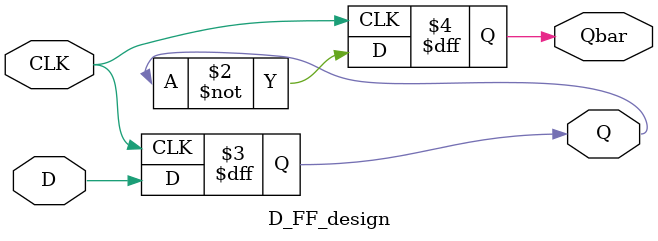
<source format=v>
module D_FF_design (
    input D, CLK,
    output reg Q,
    output reg Qbar
);

    always @(posedge CLK) begin
        Q <= D;
        Qbar <= ~Q;
    end

endmodule

</source>
